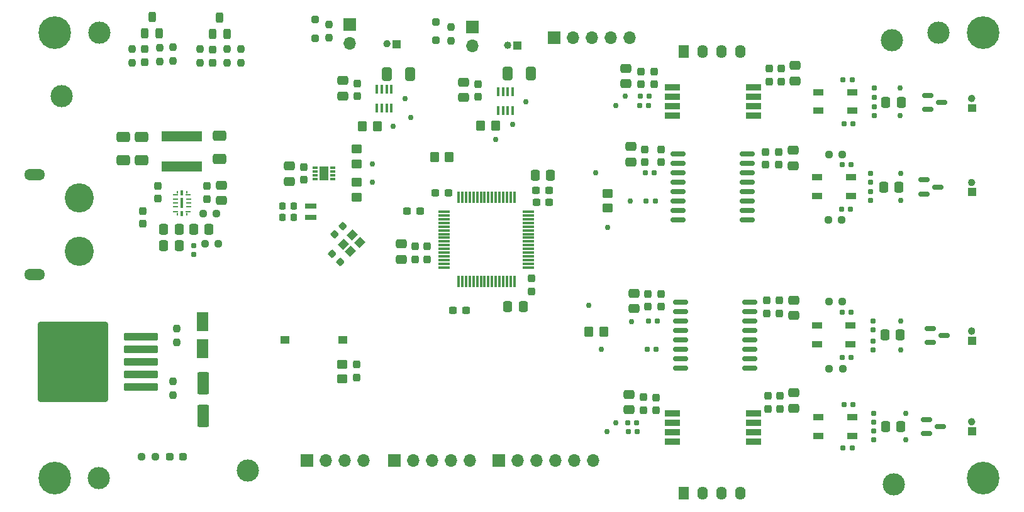
<source format=gbr>
%TF.GenerationSoftware,KiCad,Pcbnew,8.0.5*%
%TF.CreationDate,2024-11-25T15:58:14+05:30*%
%TF.ProjectId,Rapid_Core-RCP,52617069-645f-4436-9f72-652d5243502e,rev?*%
%TF.SameCoordinates,Original*%
%TF.FileFunction,Soldermask,Top*%
%TF.FilePolarity,Negative*%
%FSLAX46Y46*%
G04 Gerber Fmt 4.6, Leading zero omitted, Abs format (unit mm)*
G04 Created by KiCad (PCBNEW 8.0.5) date 2024-11-25 15:58:14*
%MOMM*%
%LPD*%
G01*
G04 APERTURE LIST*
G04 Aperture macros list*
%AMRoundRect*
0 Rectangle with rounded corners*
0 $1 Rounding radius*
0 $2 $3 $4 $5 $6 $7 $8 $9 X,Y pos of 4 corners*
0 Add a 4 corners polygon primitive as box body*
4,1,4,$2,$3,$4,$5,$6,$7,$8,$9,$2,$3,0*
0 Add four circle primitives for the rounded corners*
1,1,$1+$1,$2,$3*
1,1,$1+$1,$4,$5*
1,1,$1+$1,$6,$7*
1,1,$1+$1,$8,$9*
0 Add four rect primitives between the rounded corners*
20,1,$1+$1,$2,$3,$4,$5,0*
20,1,$1+$1,$4,$5,$6,$7,0*
20,1,$1+$1,$6,$7,$8,$9,0*
20,1,$1+$1,$8,$9,$2,$3,0*%
%AMRotRect*
0 Rectangle, with rotation*
0 The origin of the aperture is its center*
0 $1 length*
0 $2 width*
0 $3 Rotation angle, in degrees counterclockwise*
0 Add horizontal line*
21,1,$1,$2,0,0,$3*%
G04 Aperture macros list end*
%ADD10C,0.501200*%
%ADD11C,0.010000*%
%ADD12RoundRect,0.160000X-0.197500X-0.160000X0.197500X-0.160000X0.197500X0.160000X-0.197500X0.160000X0*%
%ADD13RoundRect,0.250000X-0.337500X-0.475000X0.337500X-0.475000X0.337500X0.475000X-0.337500X0.475000X0*%
%ADD14C,0.750000*%
%ADD15RoundRect,0.250000X-0.350000X-0.450000X0.350000X-0.450000X0.350000X0.450000X-0.350000X0.450000X0*%
%ADD16RoundRect,0.160000X-0.160000X0.197500X-0.160000X-0.197500X0.160000X-0.197500X0.160000X0.197500X0*%
%ADD17RoundRect,0.250000X-0.550000X1.250000X-0.550000X-1.250000X0.550000X-1.250000X0.550000X1.250000X0*%
%ADD18RoundRect,0.237500X-0.237500X0.287500X-0.237500X-0.287500X0.237500X-0.287500X0.237500X0.287500X0*%
%ADD19RoundRect,0.237500X-0.237500X0.250000X-0.237500X-0.250000X0.237500X-0.250000X0.237500X0.250000X0*%
%ADD20RoundRect,0.250000X0.250000X-0.250000X0.250000X0.250000X-0.250000X0.250000X-0.250000X-0.250000X0*%
%ADD21RoundRect,0.150000X-0.587500X-0.150000X0.587500X-0.150000X0.587500X0.150000X-0.587500X0.150000X0*%
%ADD22R,1.346200X0.889000*%
%ADD23RoundRect,0.250000X-0.650000X0.412500X-0.650000X-0.412500X0.650000X-0.412500X0.650000X0.412500X0*%
%ADD24RoundRect,0.237500X0.300000X0.237500X-0.300000X0.237500X-0.300000X-0.237500X0.300000X-0.237500X0*%
%ADD25RoundRect,0.237500X-0.237500X0.300000X-0.237500X-0.300000X0.237500X-0.300000X0.237500X0.300000X0*%
%ADD26R,1.700000X1.700000*%
%ADD27O,1.700000X1.700000*%
%ADD28C,3.000000*%
%ADD29RoundRect,0.225000X-0.225000X-0.250000X0.225000X-0.250000X0.225000X0.250000X-0.225000X0.250000X0*%
%ADD30RoundRect,0.237500X-0.300000X-0.237500X0.300000X-0.237500X0.300000X0.237500X-0.300000X0.237500X0*%
%ADD31RoundRect,0.250000X0.475000X-0.337500X0.475000X0.337500X-0.475000X0.337500X-0.475000X-0.337500X0*%
%ADD32R,1.400000X1.800000*%
%ADD33O,1.400000X1.800000*%
%ADD34RoundRect,0.237500X0.250000X0.237500X-0.250000X0.237500X-0.250000X-0.237500X0.250000X-0.237500X0*%
%ADD35RoundRect,0.250000X-0.412500X-0.650000X0.412500X-0.650000X0.412500X0.650000X-0.412500X0.650000X0*%
%ADD36RoundRect,0.237500X0.237500X-0.300000X0.237500X0.300000X-0.237500X0.300000X-0.237500X-0.300000X0*%
%ADD37RoundRect,0.250000X-0.475000X0.337500X-0.475000X-0.337500X0.475000X-0.337500X0.475000X0.337500X0*%
%ADD38RoundRect,0.250000X2.050000X0.300000X-2.050000X0.300000X-2.050000X-0.300000X2.050000X-0.300000X0*%
%ADD39RoundRect,0.250002X4.449998X5.149998X-4.449998X5.149998X-4.449998X-5.149998X4.449998X-5.149998X0*%
%ADD40RoundRect,0.237500X0.287500X0.237500X-0.287500X0.237500X-0.287500X-0.237500X0.287500X-0.237500X0*%
%ADD41C,4.400000*%
%ADD42RoundRect,0.250000X0.450000X-0.350000X0.450000X0.350000X-0.450000X0.350000X-0.450000X-0.350000X0*%
%ADD43RoundRect,0.150000X-0.875000X-0.150000X0.875000X-0.150000X0.875000X0.150000X-0.875000X0.150000X0*%
%ADD44RoundRect,0.250000X0.550000X-1.050000X0.550000X1.050000X-0.550000X1.050000X-0.550000X-1.050000X0*%
%ADD45RoundRect,0.250000X-0.450000X0.350000X-0.450000X-0.350000X0.450000X-0.350000X0.450000X0.350000X0*%
%ADD46RoundRect,0.075000X-0.700000X-0.075000X0.700000X-0.075000X0.700000X0.075000X-0.700000X0.075000X0*%
%ADD47RoundRect,0.075000X-0.075000X-0.700000X0.075000X-0.700000X0.075000X0.700000X-0.075000X0.700000X0*%
%ADD48R,1.250000X1.000000*%
%ADD49RoundRect,0.237500X-0.250000X-0.237500X0.250000X-0.237500X0.250000X0.237500X-0.250000X0.237500X0*%
%ADD50RoundRect,0.250000X0.250000X-0.450000X0.250000X0.450000X-0.250000X0.450000X-0.250000X-0.450000X0*%
%ADD51R,0.450000X1.200000*%
%ADD52RoundRect,0.225000X0.017678X-0.335876X0.335876X-0.017678X-0.017678X0.335876X-0.335876X0.017678X0*%
%ADD53R,1.500000X0.800000*%
%ADD54RoundRect,0.250000X0.337500X0.475000X-0.337500X0.475000X-0.337500X-0.475000X0.337500X-0.475000X0*%
%ADD55RoundRect,0.160000X0.160000X-0.197500X0.160000X0.197500X-0.160000X0.197500X-0.160000X-0.197500X0*%
%ADD56R,5.500000X1.430000*%
%ADD57RoundRect,0.237500X0.237500X-0.250000X0.237500X0.250000X-0.237500X0.250000X-0.237500X-0.250000X0*%
%ADD58C,3.920000*%
%ADD59O,2.804000X1.504000*%
%ADD60R,0.675000X0.250000*%
%ADD61R,0.650000X0.250000*%
%ADD62R,0.350000X0.650000*%
%ADD63R,0.450000X1.450000*%
%ADD64R,0.250000X0.425000*%
%ADD65RotRect,1.150000X1.000000X45.000000*%
%ADD66R,0.800000X0.300000*%
%ADD67R,1.200000X1.900000*%
%ADD68RoundRect,0.250000X0.350000X0.450000X-0.350000X0.450000X-0.350000X-0.450000X0.350000X-0.450000X0*%
%ADD69RoundRect,0.225000X-0.335876X-0.017678X-0.017678X-0.335876X0.335876X0.017678X0.017678X0.335876X0*%
G04 APERTURE END LIST*
D10*
%TO.C,J11*%
X171886673Y-57685427D02*
G75*
G02*
X171385473Y-57685427I-250600J0D01*
G01*
X171385473Y-57685427D02*
G75*
G02*
X171886673Y-57685427I250600J0D01*
G01*
D11*
X173387272Y-58186627D02*
X172384872Y-58186627D01*
X172384872Y-57184227D01*
X173387272Y-57184227D01*
X173387272Y-58186627D01*
G36*
X173387272Y-58186627D02*
G01*
X172384872Y-58186627D01*
X172384872Y-57184227D01*
X173387272Y-57184227D01*
X173387272Y-58186627D01*
G37*
D10*
%TO.C,J9*%
X188136674Y-57885427D02*
G75*
G02*
X187635474Y-57885427I-250600J0D01*
G01*
X187635474Y-57885427D02*
G75*
G02*
X188136674Y-57885427I250600J0D01*
G01*
D11*
X189637273Y-58386627D02*
X188634873Y-58386627D01*
X188634873Y-57384227D01*
X189637273Y-57384227D01*
X189637273Y-58386627D01*
G36*
X189637273Y-58386627D02*
G01*
X188634873Y-58386627D01*
X188634873Y-57384227D01*
X189637273Y-57384227D01*
X189637273Y-58386627D01*
G37*
D10*
%TO.C,J6*%
X250586673Y-65060428D02*
G75*
G02*
X250085473Y-65060428I-250600J0D01*
G01*
X250085473Y-65060428D02*
G75*
G02*
X250586673Y-65060428I250600J0D01*
G01*
D11*
X250837273Y-66811627D02*
X249834873Y-66811627D01*
X249834873Y-65809227D01*
X250837273Y-65809227D01*
X250837273Y-66811627D01*
G36*
X250837273Y-66811627D02*
G01*
X249834873Y-66811627D01*
X249834873Y-65809227D01*
X250837273Y-65809227D01*
X250837273Y-66811627D01*
G37*
D10*
%TO.C,J12*%
X250586673Y-76385427D02*
G75*
G02*
X250085473Y-76385427I-250600J0D01*
G01*
X250085473Y-76385427D02*
G75*
G02*
X250586673Y-76385427I250600J0D01*
G01*
D11*
X250837273Y-78136626D02*
X249834873Y-78136626D01*
X249834873Y-77134226D01*
X250837273Y-77134226D01*
X250837273Y-78136626D01*
G36*
X250837273Y-78136626D02*
G01*
X249834873Y-78136626D01*
X249834873Y-77134226D01*
X250837273Y-77134226D01*
X250837273Y-78136626D01*
G37*
D10*
%TO.C,J7*%
X250586673Y-108635428D02*
G75*
G02*
X250085473Y-108635428I-250600J0D01*
G01*
X250085473Y-108635428D02*
G75*
G02*
X250586673Y-108635428I250600J0D01*
G01*
D11*
X250837273Y-110386627D02*
X249834873Y-110386627D01*
X249834873Y-109384227D01*
X250837273Y-109384227D01*
X250837273Y-110386627D01*
G36*
X250837273Y-110386627D02*
G01*
X249834873Y-110386627D01*
X249834873Y-109384227D01*
X250837273Y-109384227D01*
X250837273Y-110386627D01*
G37*
%TO.C,U6*%
X211006073Y-107850427D02*
X209066073Y-107850427D01*
X209066073Y-107110427D01*
X211006073Y-107110427D01*
X211006073Y-107850427D01*
G36*
X211006073Y-107850427D02*
G01*
X209066073Y-107850427D01*
X209066073Y-107110427D01*
X211006073Y-107110427D01*
X211006073Y-107850427D01*
G37*
X211006073Y-109120427D02*
X209066073Y-109120427D01*
X209066073Y-108380427D01*
X211006073Y-108380427D01*
X211006073Y-109120427D01*
G36*
X211006073Y-109120427D02*
G01*
X209066073Y-109120427D01*
X209066073Y-108380427D01*
X211006073Y-108380427D01*
X211006073Y-109120427D01*
G37*
X211006073Y-110390427D02*
X209066073Y-110390427D01*
X209066073Y-109650427D01*
X211006073Y-109650427D01*
X211006073Y-110390427D01*
G36*
X211006073Y-110390427D02*
G01*
X209066073Y-110390427D01*
X209066073Y-109650427D01*
X211006073Y-109650427D01*
X211006073Y-110390427D01*
G37*
X211006073Y-111660427D02*
X209066073Y-111660427D01*
X209066073Y-110920427D01*
X211006073Y-110920427D01*
X211006073Y-111660427D01*
G36*
X211006073Y-111660427D02*
G01*
X209066073Y-111660427D01*
X209066073Y-110920427D01*
X211006073Y-110920427D01*
X211006073Y-111660427D01*
G37*
X221906073Y-107850427D02*
X219966073Y-107850427D01*
X219966073Y-107110427D01*
X221906073Y-107110427D01*
X221906073Y-107850427D01*
G36*
X221906073Y-107850427D02*
G01*
X219966073Y-107850427D01*
X219966073Y-107110427D01*
X221906073Y-107110427D01*
X221906073Y-107850427D01*
G37*
X221906073Y-109120427D02*
X219966073Y-109120427D01*
X219966073Y-108380427D01*
X221906073Y-108380427D01*
X221906073Y-109120427D01*
G36*
X221906073Y-109120427D02*
G01*
X219966073Y-109120427D01*
X219966073Y-108380427D01*
X221906073Y-108380427D01*
X221906073Y-109120427D01*
G37*
X221906073Y-110390427D02*
X219966073Y-110390427D01*
X219966073Y-109650427D01*
X221906073Y-109650427D01*
X221906073Y-110390427D01*
G36*
X221906073Y-110390427D02*
G01*
X219966073Y-110390427D01*
X219966073Y-109650427D01*
X221906073Y-109650427D01*
X221906073Y-110390427D01*
G37*
X221906073Y-111660427D02*
X219966073Y-111660427D01*
X219966073Y-110920427D01*
X221906073Y-110920427D01*
X221906073Y-111660427D01*
G36*
X221906073Y-111660427D02*
G01*
X219966073Y-111660427D01*
X219966073Y-110920427D01*
X221906073Y-110920427D01*
X221906073Y-111660427D01*
G37*
D10*
%TO.C,J13*%
X250586673Y-96413427D02*
G75*
G02*
X250085473Y-96413427I-250600J0D01*
G01*
X250085473Y-96413427D02*
G75*
G02*
X250586673Y-96413427I250600J0D01*
G01*
D11*
X250837273Y-98164626D02*
X249834873Y-98164626D01*
X249834873Y-97162226D01*
X250837273Y-97162226D01*
X250837273Y-98164626D01*
G36*
X250837273Y-98164626D02*
G01*
X249834873Y-98164626D01*
X249834873Y-97162226D01*
X250837273Y-97162226D01*
X250837273Y-98164626D01*
G37*
%TO.C,U5*%
X211006073Y-63865427D02*
X209066073Y-63865427D01*
X209066073Y-63125427D01*
X211006073Y-63125427D01*
X211006073Y-63865427D01*
G36*
X211006073Y-63865427D02*
G01*
X209066073Y-63865427D01*
X209066073Y-63125427D01*
X211006073Y-63125427D01*
X211006073Y-63865427D01*
G37*
X211006073Y-65135427D02*
X209066073Y-65135427D01*
X209066073Y-64395427D01*
X211006073Y-64395427D01*
X211006073Y-65135427D01*
G36*
X211006073Y-65135427D02*
G01*
X209066073Y-65135427D01*
X209066073Y-64395427D01*
X211006073Y-64395427D01*
X211006073Y-65135427D01*
G37*
X211006073Y-66405427D02*
X209066073Y-66405427D01*
X209066073Y-65665427D01*
X211006073Y-65665427D01*
X211006073Y-66405427D01*
G36*
X211006073Y-66405427D02*
G01*
X209066073Y-66405427D01*
X209066073Y-65665427D01*
X211006073Y-65665427D01*
X211006073Y-66405427D01*
G37*
X211006073Y-67675427D02*
X209066073Y-67675427D01*
X209066073Y-66935427D01*
X211006073Y-66935427D01*
X211006073Y-67675427D01*
G36*
X211006073Y-67675427D02*
G01*
X209066073Y-67675427D01*
X209066073Y-66935427D01*
X211006073Y-66935427D01*
X211006073Y-67675427D01*
G37*
X221906073Y-63865427D02*
X219966073Y-63865427D01*
X219966073Y-63125427D01*
X221906073Y-63125427D01*
X221906073Y-63865427D01*
G36*
X221906073Y-63865427D02*
G01*
X219966073Y-63865427D01*
X219966073Y-63125427D01*
X221906073Y-63125427D01*
X221906073Y-63865427D01*
G37*
X221906073Y-65135427D02*
X219966073Y-65135427D01*
X219966073Y-64395427D01*
X221906073Y-64395427D01*
X221906073Y-65135427D01*
G36*
X221906073Y-65135427D02*
G01*
X219966073Y-65135427D01*
X219966073Y-64395427D01*
X221906073Y-64395427D01*
X221906073Y-65135427D01*
G37*
X221906073Y-66405427D02*
X219966073Y-66405427D01*
X219966073Y-65665427D01*
X221906073Y-65665427D01*
X221906073Y-66405427D01*
G36*
X221906073Y-66405427D02*
G01*
X219966073Y-66405427D01*
X219966073Y-65665427D01*
X221906073Y-65665427D01*
X221906073Y-66405427D01*
G37*
X221906073Y-67675427D02*
X219966073Y-67675427D01*
X219966073Y-66935427D01*
X221906073Y-66935427D01*
X221906073Y-67675427D01*
G36*
X221906073Y-67675427D02*
G01*
X219966073Y-67675427D01*
X219966073Y-66935427D01*
X221906073Y-66935427D01*
X221906073Y-67675427D01*
G37*
%TD*%
D12*
%TO.C,R32*%
X232838573Y-79985427D03*
X234033573Y-79985427D03*
%TD*%
D13*
%TO.C,C44*%
X238736073Y-109285427D03*
X240811073Y-109285427D03*
%TD*%
D14*
%TO.C,TP37*%
X240836073Y-98925427D03*
%TD*%
D13*
%TO.C,C20*%
X191590573Y-75393427D03*
X193665573Y-75393427D03*
%TD*%
D15*
%TO.C,R24*%
X168336073Y-68785427D03*
X170336073Y-68785427D03*
%TD*%
D16*
%TO.C,R14*%
X237236073Y-66187927D03*
X237236073Y-67382927D03*
%TD*%
D17*
%TO.C,C11*%
X146908073Y-103419427D03*
X146908073Y-107819427D03*
%TD*%
D18*
%TO.C,D8*%
X148186073Y-58472928D03*
X148186073Y-60222926D03*
%TD*%
D19*
%TO.C,R45*%
X137316073Y-58397926D03*
X137316073Y-60222926D03*
%TD*%
D20*
%TO.C,D3*%
X178236073Y-57235426D03*
X178236073Y-54735428D03*
%TD*%
D12*
%TO.C,R13*%
X205658573Y-66045427D03*
X206853573Y-66045427D03*
%TD*%
D19*
%TO.C,R47*%
X150096073Y-58422927D03*
X150096073Y-60247927D03*
%TD*%
D21*
%TO.C,D5*%
X243898573Y-76035427D03*
X243898573Y-77935427D03*
X245773573Y-76985427D03*
%TD*%
D22*
%TO.C,L5*%
X229501608Y-95671427D03*
X229501608Y-98171427D03*
X234051606Y-98171427D03*
X234051606Y-95671427D03*
%TD*%
D23*
%TO.C,C7*%
X149136073Y-70122926D03*
X149136073Y-73247926D03*
%TD*%
D24*
%TO.C,C22*%
X182258574Y-93595427D03*
X180533572Y-93595427D03*
%TD*%
D25*
%TO.C,C55*%
X206336073Y-71922926D03*
X206336073Y-73647928D03*
%TD*%
D18*
%TO.C,D7*%
X139066073Y-58435427D03*
X139066073Y-60185425D03*
%TD*%
D26*
%TO.C,J3*%
X186686073Y-113885427D03*
D27*
X189226073Y-113885427D03*
X191766072Y-113885427D03*
X194306073Y-113885427D03*
X196846073Y-113885427D03*
X199386073Y-113885427D03*
%TD*%
D16*
%TO.C,R28*%
X236736073Y-75187927D03*
X236736073Y-76382927D03*
%TD*%
D25*
%TO.C,C36*%
X223086073Y-61060425D03*
X223086073Y-62785427D03*
%TD*%
D28*
%TO.C,TP9*%
X239618073Y-57235427D03*
%TD*%
D29*
%TO.C,C26*%
X157561073Y-81085427D03*
X159111073Y-81085427D03*
%TD*%
D14*
%TO.C,TP36*%
X240766073Y-95035427D03*
%TD*%
D26*
%TO.C,J10*%
X166636073Y-55110427D03*
D27*
X166636073Y-57650427D03*
%TD*%
D30*
%TO.C,C21*%
X191721073Y-77415427D03*
X193446073Y-77415427D03*
%TD*%
D31*
%TO.C,C48*%
X165714071Y-64725927D03*
X165714071Y-62650927D03*
%TD*%
D32*
%TO.C,U2*%
X211573573Y-118252927D03*
D33*
X214113573Y-118252927D03*
X216653572Y-118252927D03*
X219193573Y-118252927D03*
%TD*%
D14*
%TO.C,TP34*%
X204521573Y-95104427D03*
%TD*%
D28*
%TO.C,FID1*%
X132936073Y-56235427D03*
%TD*%
D34*
%TO.C,R35*%
X232948573Y-92473427D03*
X231123573Y-92473427D03*
%TD*%
D35*
%TO.C,C47*%
X187873573Y-61685427D03*
X190998573Y-61685427D03*
%TD*%
D21*
%TO.C,D2*%
X244236073Y-108335427D03*
X244236073Y-110235427D03*
X246111073Y-109285427D03*
%TD*%
D36*
%TO.C,C32*%
X205836073Y-63135427D03*
X205836073Y-61410425D03*
%TD*%
D14*
%TO.C,TP24*%
X172436073Y-68785427D03*
%TD*%
D37*
%TO.C,C28*%
X158514073Y-74151927D03*
X158514073Y-76226927D03*
%TD*%
D28*
%TO.C,TP7*%
X152886073Y-115235427D03*
%TD*%
D19*
%TO.C,R25*%
X163836073Y-55072927D03*
X163836073Y-56897927D03*
%TD*%
D25*
%TO.C,C59*%
X224436073Y-92297926D03*
X224436073Y-94022928D03*
%TD*%
D38*
%TO.C,U1*%
X138511073Y-103985427D03*
X138511072Y-102285427D03*
X138511073Y-100585427D03*
D39*
X129361073Y-100585427D03*
D38*
X138511072Y-98885427D03*
X138511073Y-97185427D03*
%TD*%
D40*
%TO.C,D9*%
X144157573Y-113339427D03*
X142407575Y-113339427D03*
%TD*%
D14*
%TO.C,TP31*%
X240836073Y-75185427D03*
%TD*%
D16*
%TO.C,R31*%
X236736073Y-77587927D03*
X236736073Y-78782927D03*
%TD*%
D26*
%TO.C,J4*%
X160856074Y-113885427D03*
D27*
X163396074Y-113885427D03*
X165936073Y-113885427D03*
X168476074Y-113885427D03*
%TD*%
D36*
%TO.C,C3*%
X140836073Y-78541928D03*
X140836073Y-76816926D03*
%TD*%
D14*
%TO.C,TP13*%
X202436073Y-66055427D03*
%TD*%
D20*
%TO.C,D4*%
X161936073Y-56935426D03*
X161936073Y-54435428D03*
%TD*%
D41*
%TO.C,H2*%
X251886073Y-56235427D03*
%TD*%
D12*
%TO.C,R16*%
X233138573Y-106285427D03*
X234333573Y-106285427D03*
%TD*%
D25*
%TO.C,C30*%
X167536073Y-100922926D03*
X167536073Y-102647928D03*
%TD*%
D34*
%TO.C,R43*%
X232970573Y-101469427D03*
X231145573Y-101469427D03*
%TD*%
D14*
%TO.C,TP14*%
X240736073Y-63685427D03*
%TD*%
D28*
%TO.C,FID2*%
X132886073Y-116235427D03*
%TD*%
D25*
%TO.C,C58*%
X222736073Y-92297926D03*
X222736073Y-94022928D03*
%TD*%
D19*
%TO.C,R44*%
X146436073Y-58435427D03*
X146436073Y-60260427D03*
%TD*%
D36*
%TO.C,C16*%
X175436073Y-86747928D03*
X175436073Y-85022926D03*
%TD*%
D13*
%TO.C,C57*%
X238498573Y-76985427D03*
X240573573Y-76985427D03*
%TD*%
D16*
%TO.C,R37*%
X237036073Y-95053927D03*
X237036073Y-96248927D03*
%TD*%
D14*
%TO.C,TP11*%
X169636073Y-73885427D03*
%TD*%
D31*
%TO.C,C34*%
X226586073Y-62710426D03*
X226586073Y-60635426D03*
%TD*%
D41*
%TO.C,H3*%
X126886073Y-116235427D03*
%TD*%
D25*
%TO.C,C33*%
X207586073Y-61410425D03*
X207586073Y-63135427D03*
%TD*%
D42*
%TO.C,R7*%
X167536073Y-78385427D03*
X167536073Y-76385427D03*
%TD*%
D12*
%TO.C,R30*%
X206438573Y-75085427D03*
X207633573Y-75085427D03*
%TD*%
D31*
%TO.C,C15*%
X173536073Y-86722927D03*
X173536073Y-84647927D03*
%TD*%
D22*
%TO.C,L2*%
X229733608Y-64235427D03*
X229733608Y-66735427D03*
X234283606Y-66735427D03*
X234283606Y-64235427D03*
%TD*%
D31*
%TO.C,C38*%
X226436073Y-106822927D03*
X226436073Y-104747927D03*
%TD*%
D25*
%TO.C,C54*%
X208500073Y-71922926D03*
X208500073Y-73647928D03*
%TD*%
D12*
%TO.C,R27*%
X232938573Y-73985427D03*
X234133573Y-73985427D03*
%TD*%
D23*
%TO.C,C8*%
X136136073Y-70222928D03*
X136136073Y-73347928D03*
%TD*%
D31*
%TO.C,C56*%
X204436073Y-73622927D03*
X204436073Y-71547927D03*
%TD*%
D14*
%TO.C,TP17*%
X201236073Y-109985427D03*
%TD*%
%TO.C,TP12*%
X203736073Y-64785427D03*
%TD*%
D32*
%TO.C,U3*%
X211573573Y-58752927D03*
D33*
X214113573Y-58752927D03*
X216653572Y-58752927D03*
X219193573Y-58752927D03*
%TD*%
D34*
%TO.C,R26*%
X232936073Y-72585427D03*
X231111073Y-72585427D03*
%TD*%
D31*
%TO.C,C31*%
X203836073Y-63060426D03*
X203836073Y-60985426D03*
%TD*%
D28*
%TO.C,TP6*%
X239886073Y-117049427D03*
%TD*%
D26*
%TO.C,J8*%
X183136073Y-55410427D03*
D27*
X183136073Y-57950427D03*
%TD*%
D25*
%TO.C,C52*%
X224336073Y-72244926D03*
X224336073Y-73969928D03*
%TD*%
D31*
%TO.C,C45*%
X181936073Y-64922927D03*
X181936073Y-62847927D03*
%TD*%
D14*
%TO.C,TP22*%
X190342073Y-65487427D03*
%TD*%
%TO.C,TP33*%
X200502073Y-98888427D03*
%TD*%
%TO.C,TP35*%
X198806573Y-92945427D03*
%TD*%
D43*
%TO.C,U7*%
X210836073Y-72495427D03*
X210836073Y-73765427D03*
X210836073Y-75035427D03*
X210836073Y-76305427D03*
X210836073Y-77575427D03*
X210836073Y-78845427D03*
X210836073Y-80115427D03*
X210836073Y-81385427D03*
X220136073Y-81385427D03*
X220136073Y-80115427D03*
X220136073Y-78845427D03*
X220136073Y-77575427D03*
X220136073Y-76305427D03*
X220136073Y-75035427D03*
X220136073Y-73765427D03*
X220136073Y-72495427D03*
%TD*%
D14*
%TO.C,TP32*%
X240836073Y-78785427D03*
%TD*%
D36*
%TO.C,C4*%
X147386073Y-78610429D03*
X147386073Y-76885427D03*
%TD*%
D44*
%TO.C,C12*%
X146781073Y-98783427D03*
X146781073Y-95183427D03*
%TD*%
D12*
%TO.C,R15*%
X233138573Y-68485427D03*
X234333573Y-68485427D03*
%TD*%
D24*
%TO.C,C13*%
X176091574Y-80219427D03*
X174366572Y-80219427D03*
%TD*%
D14*
%TO.C,TP26*%
X174036073Y-65085427D03*
%TD*%
D12*
%TO.C,R38*%
X206638573Y-98885427D03*
X207833573Y-98885427D03*
%TD*%
D13*
%TO.C,C9*%
X141598572Y-82685428D03*
X143673572Y-82685428D03*
%TD*%
D26*
%TO.C,J2*%
X194152073Y-56851427D03*
D27*
X196692073Y-56851427D03*
X199232072Y-56851427D03*
X201772073Y-56851427D03*
X204312073Y-56851427D03*
%TD*%
D14*
%TO.C,TP25*%
X174836073Y-67585427D03*
%TD*%
D31*
%TO.C,C41*%
X204236073Y-107022927D03*
X204236073Y-104947927D03*
%TD*%
D35*
%TO.C,C50*%
X171595572Y-61757427D03*
X174720572Y-61757427D03*
%TD*%
D36*
%TO.C,C17*%
X177036073Y-86747928D03*
X177036073Y-85022926D03*
%TD*%
D45*
%TO.C,R8*%
X167536073Y-71885427D03*
X167536073Y-73885427D03*
%TD*%
D16*
%TO.C,R40*%
X237036073Y-97727927D03*
X237036073Y-98922927D03*
%TD*%
D13*
%TO.C,C37*%
X238798573Y-65585427D03*
X240873573Y-65585427D03*
%TD*%
D12*
%TO.C,R29*%
X206538573Y-78885427D03*
X207733573Y-78885427D03*
%TD*%
D14*
%TO.C,TP30*%
X201346573Y-82463427D03*
%TD*%
D13*
%TO.C,C10*%
X141598573Y-84935427D03*
X143673573Y-84935427D03*
%TD*%
D16*
%TO.C,R20*%
X237136073Y-109887927D03*
X237136073Y-111082927D03*
%TD*%
D42*
%TO.C,R33*%
X201346573Y-79848427D03*
X201346573Y-77848427D03*
%TD*%
D25*
%TO.C,C43*%
X207836073Y-105360425D03*
X207836073Y-107085427D03*
%TD*%
D14*
%TO.C,TP20*%
X186278073Y-70567427D03*
%TD*%
D24*
%TO.C,C25*%
X179898574Y-77806427D03*
X178173572Y-77806427D03*
%TD*%
D36*
%TO.C,C1*%
X138780073Y-81944429D03*
X138780073Y-80219427D03*
%TD*%
D13*
%TO.C,C64*%
X238638573Y-96935427D03*
X240713573Y-96935427D03*
%TD*%
D30*
%TO.C,C24*%
X191741073Y-79035427D03*
X193466073Y-79035427D03*
%TD*%
D22*
%TO.C,L3*%
X229733608Y-108035427D03*
X229733608Y-110535427D03*
X234283606Y-110535427D03*
X234283606Y-108035427D03*
%TD*%
D31*
%TO.C,C60*%
X226436073Y-94316427D03*
X226436073Y-92241427D03*
%TD*%
D19*
%TO.C,R4*%
X142844073Y-103182927D03*
X142844073Y-105007927D03*
%TD*%
D46*
%TO.C,U4*%
X179361073Y-80335427D03*
X179361073Y-80835427D03*
X179361073Y-81335427D03*
X179361073Y-81835427D03*
X179361073Y-82335427D03*
X179361073Y-82835427D03*
X179361073Y-83335427D03*
X179361073Y-83835427D03*
X179361073Y-84335427D03*
X179361073Y-84835427D03*
X179361073Y-85335427D03*
X179361073Y-85835427D03*
X179361073Y-86335427D03*
X179361073Y-86835427D03*
X179361073Y-87335427D03*
X179361073Y-87835427D03*
D47*
X181286073Y-89760427D03*
X181786073Y-89760427D03*
X182286073Y-89760427D03*
X182786073Y-89760427D03*
X183286073Y-89760427D03*
X183786073Y-89760427D03*
X184286073Y-89760427D03*
X184786073Y-89760427D03*
X185286073Y-89760427D03*
X185786073Y-89760427D03*
X186286073Y-89760427D03*
X186786073Y-89760427D03*
X187286073Y-89760427D03*
X187786073Y-89760427D03*
X188286073Y-89760427D03*
X188786073Y-89760427D03*
D46*
X190711073Y-87835427D03*
X190711073Y-87335427D03*
X190711073Y-86835427D03*
X190711073Y-86335427D03*
X190711073Y-85835427D03*
X190711073Y-85335427D03*
X190711073Y-84835427D03*
X190711073Y-84335427D03*
X190711073Y-83835427D03*
X190711073Y-83335427D03*
X190711073Y-82835427D03*
X190711073Y-82335427D03*
X190711073Y-81835427D03*
X190711073Y-81335427D03*
X190711073Y-80835427D03*
X190711073Y-80335427D03*
D47*
X188786073Y-78410427D03*
X188286073Y-78410427D03*
X187786073Y-78410427D03*
X187286073Y-78410427D03*
X186786073Y-78410427D03*
X186286073Y-78410427D03*
X185786073Y-78410427D03*
X185286073Y-78410427D03*
X184786073Y-78410427D03*
X184286073Y-78410427D03*
X183786073Y-78410427D03*
X183286073Y-78410427D03*
X182786073Y-78410427D03*
X182286073Y-78410427D03*
X181786073Y-78410427D03*
X181286073Y-78410427D03*
%TD*%
D48*
%TO.C,SW1*%
X165661073Y-97635427D03*
X157911073Y-97635427D03*
%TD*%
D49*
%TO.C,R1*%
X147123573Y-84685427D03*
X148948573Y-84685427D03*
%TD*%
D50*
%TO.C,Q1*%
X139066073Y-56310425D03*
X140966073Y-56310425D03*
X140016073Y-54110426D03*
%TD*%
D12*
%TO.C,R36*%
X232938573Y-93873427D03*
X234133573Y-93873427D03*
%TD*%
D51*
%TO.C,IC3*%
X186614071Y-66685427D03*
X187264072Y-66685427D03*
X187914072Y-66685427D03*
X188564073Y-66685427D03*
X188564073Y-64185427D03*
X187914072Y-64185427D03*
X187264072Y-64185427D03*
X186614071Y-64185427D03*
%TD*%
D12*
%TO.C,R12*%
X205738573Y-64785427D03*
X206933573Y-64785427D03*
%TD*%
D36*
%TO.C,C39*%
X224536073Y-106885427D03*
X224536073Y-105160425D03*
%TD*%
D14*
%TO.C,TP18*%
X241486073Y-107485427D03*
%TD*%
D31*
%TO.C,C53*%
X226336073Y-74144927D03*
X226336073Y-72069927D03*
%TD*%
D12*
%TO.C,R10*%
X233038573Y-62585427D03*
X234233573Y-62585427D03*
%TD*%
D25*
%TO.C,C40*%
X222936073Y-105160425D03*
X222936073Y-106885427D03*
%TD*%
D50*
%TO.C,Q2*%
X148186073Y-56347928D03*
X150086073Y-56347928D03*
X149136073Y-54147929D03*
%TD*%
D49*
%TO.C,R50*%
X138606073Y-113366427D03*
X140431073Y-113366427D03*
%TD*%
D52*
%TO.C,C14*%
X164588065Y-83333435D03*
X165684081Y-82237419D03*
%TD*%
D13*
%TO.C,C27*%
X187907573Y-93085427D03*
X189982573Y-93085427D03*
%TD*%
D12*
%TO.C,R19*%
X204138573Y-109985427D03*
X205333573Y-109985427D03*
%TD*%
D14*
%TO.C,TP19*%
X241486073Y-111085427D03*
%TD*%
D34*
%TO.C,R34*%
X232848573Y-81385427D03*
X231023573Y-81385427D03*
%TD*%
D14*
%TO.C,TP10*%
X169636073Y-76385427D03*
%TD*%
D16*
%TO.C,R11*%
X237236073Y-63687927D03*
X237236073Y-64882927D03*
%TD*%
D53*
%TO.C,Y2*%
X161336073Y-81085427D03*
X161336073Y-79585427D03*
%TD*%
D54*
%TO.C,C5*%
X147673573Y-82685427D03*
X145598573Y-82685427D03*
%TD*%
D14*
%TO.C,TP15*%
X240736073Y-67385427D03*
%TD*%
D51*
%TO.C,IC4*%
X170286071Y-66335427D03*
X170936072Y-66335427D03*
X171586072Y-66335427D03*
X172236073Y-66335427D03*
X172236073Y-63835427D03*
X171586072Y-63835427D03*
X170936072Y-63835427D03*
X170286071Y-63835427D03*
%TD*%
D19*
%TO.C,R5*%
X143352073Y-96070927D03*
X143352073Y-97895927D03*
%TD*%
D12*
%TO.C,R39*%
X206838573Y-95085427D03*
X208033573Y-95085427D03*
%TD*%
D25*
%TO.C,C23*%
X191136073Y-89322926D03*
X191136073Y-91047928D03*
%TD*%
D55*
%TO.C,R3*%
X145636073Y-86085427D03*
X145636073Y-84890427D03*
%TD*%
D28*
%TO.C,TP8*%
X127858073Y-64725427D03*
%TD*%
D56*
%TO.C,L1*%
X144036073Y-74205427D03*
X144036073Y-70165427D03*
%TD*%
D21*
%TO.C,D6*%
X244736073Y-96037427D03*
X244736073Y-97937427D03*
X246611073Y-96987427D03*
%TD*%
D29*
%TO.C,C19*%
X157561073Y-79585427D03*
X159111073Y-79585427D03*
%TD*%
D36*
%TO.C,C42*%
X206136073Y-107047928D03*
X206136073Y-105322926D03*
%TD*%
D14*
%TO.C,TP16*%
X202436073Y-108785427D03*
%TD*%
%TO.C,TP29*%
X199740073Y-75085427D03*
%TD*%
D15*
%TO.C,R41*%
X198838573Y-96501427D03*
X200838573Y-96501427D03*
%TD*%
D57*
%TO.C,R48*%
X151946073Y-60227927D03*
X151946073Y-58402927D03*
%TD*%
D58*
%TO.C,J1*%
X130236073Y-78485427D03*
X130236073Y-85685427D03*
D59*
X124236073Y-75335427D03*
X124236073Y-88835427D03*
%TD*%
D25*
%TO.C,C29*%
X160414073Y-74276926D03*
X160414073Y-76001928D03*
%TD*%
D36*
%TO.C,C46*%
X183936073Y-64847928D03*
X183936073Y-63122926D03*
%TD*%
%TO.C,C35*%
X224736073Y-62785427D03*
X224736073Y-61060425D03*
%TD*%
D23*
%TO.C,C6*%
X138636072Y-70222927D03*
X138636072Y-73347927D03*
%TD*%
D25*
%TO.C,C61*%
X208525473Y-91391526D03*
X208525473Y-93116528D03*
%TD*%
D31*
%TO.C,C2*%
X149386073Y-78835428D03*
X149386073Y-76760428D03*
%TD*%
D60*
%TO.C,IC1*%
X143174072Y-78020350D03*
D61*
X143161072Y-78670350D03*
X143161073Y-79170350D03*
X143161072Y-79670350D03*
D60*
X143174072Y-80320350D03*
D62*
X144036072Y-80545350D03*
D60*
X144898072Y-80320350D03*
D61*
X144911072Y-79670350D03*
X144911071Y-79170350D03*
X144911072Y-78670350D03*
D60*
X144898072Y-78020350D03*
D62*
X144036072Y-77795350D03*
D63*
X144036072Y-79170350D03*
D64*
X143386072Y-77683350D03*
X143386072Y-80657350D03*
X144686072Y-80657350D03*
X144686072Y-77683350D03*
%TD*%
D12*
%TO.C,R21*%
X233038573Y-112185427D03*
X234233573Y-112185427D03*
%TD*%
D14*
%TO.C,TP28*%
X204394573Y-78848427D03*
%TD*%
D21*
%TO.C,D1*%
X244461073Y-64635427D03*
X244461073Y-66535427D03*
X246336073Y-65585427D03*
%TD*%
D57*
%TO.C,R49*%
X142816072Y-59972925D03*
X142816072Y-58147925D03*
%TD*%
D41*
%TO.C,H4*%
X251886073Y-116235427D03*
%TD*%
D49*
%TO.C,R2*%
X146886073Y-80585427D03*
X148711073Y-80585427D03*
%TD*%
D43*
%TO.C,U8*%
X211136073Y-92535427D03*
X211136073Y-93805427D03*
X211136073Y-95075427D03*
X211136073Y-96345427D03*
X211136073Y-97615427D03*
X211136073Y-98885427D03*
X211136073Y-100155427D03*
X211136073Y-101425427D03*
X220436073Y-101425427D03*
X220436073Y-100155427D03*
X220436073Y-98885427D03*
X220436073Y-97615427D03*
X220436073Y-96345427D03*
X220436073Y-95075427D03*
X220436073Y-93805427D03*
X220436073Y-92535427D03*
%TD*%
D65*
%TO.C,Y1*%
X166736073Y-85685427D03*
X167973510Y-84447990D03*
X166983561Y-83458041D03*
X165746124Y-84695478D03*
%TD*%
D45*
%TO.C,R9*%
X165636073Y-100885427D03*
X165636073Y-102885427D03*
%TD*%
D26*
%TO.C,J5*%
X172611073Y-113885427D03*
D27*
X175151073Y-113885427D03*
X177691072Y-113885427D03*
X180231073Y-113885427D03*
X182771073Y-113885427D03*
%TD*%
D36*
%TO.C,C49*%
X167636073Y-64747928D03*
X167636073Y-63022926D03*
%TD*%
D14*
%TO.C,TP21*%
X188564073Y-68535427D03*
%TD*%
D22*
%TO.C,L4*%
X229533608Y-75685427D03*
X229533608Y-78185427D03*
X234083606Y-78185427D03*
X234083606Y-75685427D03*
%TD*%
D15*
%TO.C,R23*%
X184262073Y-68685427D03*
X186262073Y-68685427D03*
%TD*%
D66*
%TO.C,IC2*%
X164364073Y-75889427D03*
X164364073Y-75389427D03*
X164364073Y-74889427D03*
X164364073Y-74389427D03*
X161964073Y-74389427D03*
X161964073Y-74889427D03*
X161964073Y-75389427D03*
X161964073Y-75889427D03*
D67*
X163164073Y-75139427D03*
%TD*%
D25*
%TO.C,C62*%
X206798273Y-91391526D03*
X206798273Y-93116528D03*
%TD*%
D68*
%TO.C,R6*%
X180036073Y-72985427D03*
X178036073Y-72985427D03*
%TD*%
D19*
%TO.C,R46*%
X141066073Y-58224927D03*
X141066073Y-60049927D03*
%TD*%
D69*
%TO.C,C18*%
X164288065Y-86023726D03*
X165384081Y-87119742D03*
%TD*%
D41*
%TO.C,H1*%
X126886073Y-56235427D03*
%TD*%
D31*
%TO.C,C63*%
X204893273Y-93393127D03*
X204893273Y-91318127D03*
%TD*%
D28*
%TO.C,FID3*%
X245886073Y-56235427D03*
%TD*%
D19*
%TO.C,R22*%
X180236073Y-55472927D03*
X180236073Y-57297927D03*
%TD*%
D16*
%TO.C,R17*%
X237136073Y-107487927D03*
X237136073Y-108682927D03*
%TD*%
D12*
%TO.C,R18*%
X204038573Y-108785427D03*
X205233573Y-108785427D03*
%TD*%
%TO.C,R42*%
X232941073Y-99969427D03*
X234136073Y-99969427D03*
%TD*%
D25*
%TO.C,C51*%
X222600073Y-72244926D03*
X222600073Y-73969928D03*
%TD*%
M02*

</source>
